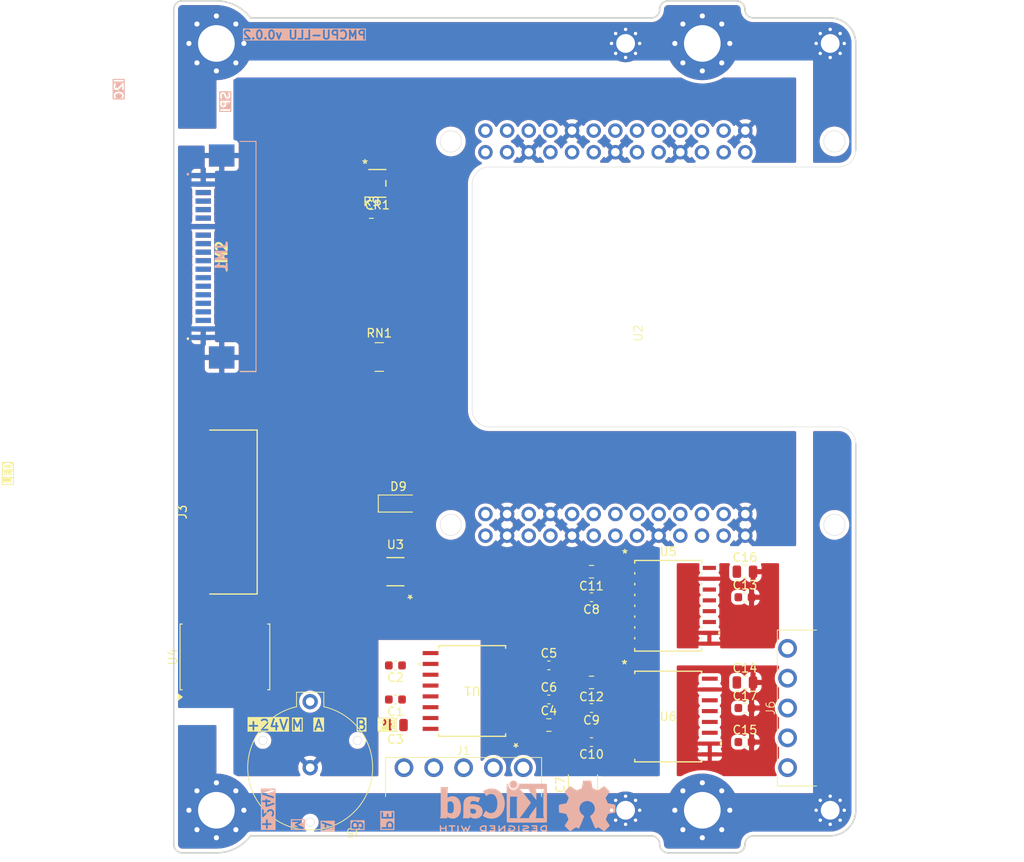
<source format=kicad_pcb>
(kicad_pcb (version 20241229) (generator "pcbnew") (generator_version "9.0")
  (title_block (title "${article} v${version}"))
  (layers (0 "F.Cu" signal) (2 "B.Cu" signal) (13 "F.Paste" user) (15 "B.Paste" user) (5 "F.SilkS" user "F.Silkscreen") (7 "B.SilkS" user "B.Silkscreen") (1 "F.Mask" user) (3 "B.Mask" user) (25 "Edge.Cuts" user))
  (property "article" "PMCPU-LLU")
  (property "version" "0.0.2")
  (net 0 "")
  (net 1 "/LED_1")
  (net 2 "/LED_2")
  (net 3 "/LED_0")
  (net 4 "/I2C0_SDA")
  (net 5 "/I2C0_SCL")
  (net 6 "/I2C1_SCL")
  (net 7 "PE")
  (net 8 "+24V_fuse")
  (net 9 "/UART_RTS")
  (net 10 "/UART_TX")
  (net 11 "/UART_RX")
  (net 12 "/Vbat")
  (net 13 "/UART_TX_LED")
  (net 14 "/UART_RX_LED")
  (net 15 "+3.3V_CPU")
  (net 16 "+5V_CPU")
  (net 17 "/I2C1_SDA")
  (net 18 "/SPI0_SCK")
  (net 19 "/SPI0_CS0")
  (net 20 "/SPI0_MISO")
  (net 21 "/SPI0_CS1")
  (net 22 "/SPI0_MOSI")
  (net 23 "/SPI0_CS2")
  (net 24 "/RST")
  (net 25 "/SPI0_CS3")
  (net 26 "Net-(JM2-Pin_5)")
  (net 27 "GND_CPU")
  (net 28 "/CANL_EB")
  (net 29 "GND_EB")
  (net 30 "+24V_EB")
  (net 31 "/CANH_EB")
  (net 32 "/CANL")
  (net 33 "/RS485-B")
  (net 34 "/RS485-A")
  (net 35 "/CANH")
  (net 36 "/UART1_RTS")
  (net 37 "/UART1_TX")
  (net 39 "/UART1_RX")
  (net 40 "/CAN1_TXD")
  (net 41 "/CAN1_RXD")
  (net 42 "+5V_BUS")
  (net 46 "/CAN0_TXD")
  (net 48 "/CAN0_RXD")
  (net 78 "/WDT")
  (net 79 "+3.3V_EXT_RS")
  (net 80 "+5V_EXT_CAN")
  (net 81 "GND_EXT_RS")
  (net 82 "GND_EXT_CAN")
  (net 83 "Net-(D9-A)")
  (footprint "kicad_inventree_lib:DBV6-M" (layer "F.Cu") (at 60.93 117.33 180)
    (property "Reference" "U3" (at 0 3.175 0) (layer "F.SilkS"))
    (property "Value" "SN74LVC2G14DBVR")
    (fp_text user "*" (at -1.72085 -2.6518 180) (layer "F.SilkS"))
    (pad "1" smd rect (at -1.46685 -0.950001 180) (size 1.1811 0.5588) (layers "F.Cu" "F.Mask" "F.Paste") (net 11 "/UART_RX"))
    (pad "2" smd rect (at -1.46685 0 180) (size 1.1811 0.5588) (layers "F.Cu" "F.Mask" "F.Paste") (net 27 "GND_CPU"))
    (pad "3" smd rect (at -1.46685 0.950001 180) (size 1.1811 0.5588) (layers "F.Cu" "F.Mask" "F.Paste") (net 10 "/UART_TX"))
    (pad "4" smd rect (at 1.46685 0.950001 180) (size 1.1811 0.5588) (layers "F.Cu" "F.Mask" "F.Paste") (net 13 "/UART_TX_LED"))
    (pad "5" smd rect (at 1.46685 0 180) (size 1.1811 0.5588) (layers "F.Cu" "F.Mask" "F.Paste") (net 15 "+3.3V_CPU"))
    (pad "6" smd rect (at 1.46685 -0.950001 180) (size 1.1811 0.5588) (layers "F.Cu" "F.Mask" "F.Paste") (net 14 "/UART_RX_LED"))
  )
  (footprint "MountingHole:MountingHole_4.3mm_M4_Pad_Via" (layer "F.Cu") (at 96.93 55.33)
    (property "Reference" "H2" (hide yes))
    (property "Value" "M4")
    (pad "1" thru_hole circle (at -3.225 0) (size 0.9 0.9) (drill 0.6) (layers "*.Cu" "*.Mask") (net 7 "PE"))
    (pad "1" thru_hole circle (at -2.280419 -2.280419) (size 0.9 0.9) (drill 0.6) (layers "*.Cu" "*.Mask") (net 7 "PE"))
    (pad "1" thru_hole circle (at -2.280419 2.280419) (size 0.9 0.9) (drill 0.6) (layers "*.Cu" "*.Mask") (net 7 "PE"))
    (pad "1" thru_hole circle (at 0 -3.225) (size 0.9 0.9) (drill 0.6) (layers "*.Cu" "*.Mask") (net 7 "PE"))
    (pad "1" thru_hole circle (at 0 0) (size 8.6 8.6) (drill 4.3) (layers "*.Cu" "*.Mask") (net 7 "PE"))
    (pad "1" thru_hole circle (at 0 3.225) (size 0.9 0.9) (drill 0.6) (layers "*.Cu" "*.Mask") (net 7 "PE"))
    (pad "1" thru_hole circle (at 2.280419 -2.280419) (size 0.9 0.9) (drill 0.6) (layers "*.Cu" "*.Mask") (net 7 "PE"))
    (pad "1" thru_hole circle (at 2.280419 2.280419) (size 0.9 0.9) (drill 0.6) (layers "*.Cu" "*.Mask") (net 7 "PE"))
    (pad "1" thru_hole circle (at 3.225 0) (size 0.9 0.9) (drill 0.6) (layers "*.Cu" "*.Mask") (net 7 "PE"))
  )
  (footprint "kicad_inventree_lib:15EDGRC-3.5-05P" (layer "F.Cu") (at 106.93 140.33 90)
    (property "Reference" "J6" (at 7 -2 90) (layer "F.SilkS") (effects (font (thickness 0.1))))
    (property "Value" "15EDGRC-3.5-05P")
    (pad "1" thru_hole circle (at 0 0 90) (size 2.2 2.2) (drill 1.4) (layers "*.Cu" "*.Mask") (net 7 "PE"))
    (pad "2" thru_hole circle (at 3.5 0 90) (size 2.2 2.2) (drill 1.4) (layers "*.Cu" "*.Mask") (net 32 "/CANL"))
    (pad "3" thru_hole circle (at 7 0 90) (size 2.2 2.2) (drill 1.4) (layers "*.Cu" "*.Mask") (net 35 "/CANH"))
    (pad "4" thru_hole circle (at 10.5 0 90) (size 2.2 2.2) (drill 1.4) (layers "*.Cu" "*.Mask") (net 33 "/RS485-B"))
    (pad "5" thru_hole circle (at 14 0 90) (size 2.2 2.2) (drill 1.4) (layers "*.Cu" "*.Mask") (net 34 "/RS485-A"))
  )
  (footprint "MountingHole:MountingHole_4.3mm_M4_Pad_Via" (layer "F.Cu") (at 39.93 145.33)
    (property "Reference" "H3" (hide yes))
    (property "Value" "M4")
    (pad "1" thru_hole circle (at -3.225 0) (size 0.9 0.9) (drill 0.6) (layers "*.Cu" "*.Mask") (net 7 "PE"))
    (pad "1" thru_hole circle (at -2.280419 -2.280419) (size 0.9 0.9) (drill 0.6) (layers "*.Cu" "*.Mask") (net 7 "PE"))
    (pad "1" thru_hole circle (at -2.280419 2.280419) (size 0.9 0.9) (drill 0.6) (layers "*.Cu" "*.Mask") (net 7 "PE"))
    (pad "1" thru_hole circle (at 0 -3.225) (size 0.9 0.9) (drill 0.6) (layers "*.Cu" "*.Mask") (net 7 "PE"))
    (pad "1" thru_hole circle (at 0 0) (size 8.6 8.6) (drill 4.3) (layers "*.Cu" "*.Mask") (net 7 "PE"))
    (pad "1" thru_hole circle (at 0 3.225) (size 0.9 0.9) (drill 0.6) (layers "*.Cu" "*.Mask") (net 7 "PE"))
    (pad "1" thru_hole circle (at 2.280419 -2.280419) (size 0.9 0.9) (drill 0.6) (layers "*.Cu" "*.Mask") (net 7 "PE"))
    (pad "1" thru_hole circle (at 2.280419 2.280419) (size 0.9 0.9) (drill 0.6) (layers "*.Cu" "*.Mask") (net 7 "PE"))
    (pad "1" thru_hole circle (at 3.225 0) (size 0.9 0.9) (drill 0.6) (layers "*.Cu" "*.Mask") (net 7 "PE"))
  )
  (footprint "kicad_inventree_lib:BS-12-A1AJ002-F" (layer "F.Cu") (at 50.93 132.58)
    (property "Reference" "J5" (at 5.08 15.37 180) (layer "F.SilkS") (effects (font (thickness 0.1))))
    (property "Value" "~")
    (fp_circle (center -5.55 4.55) (end -5.05 4.55) (stroke (width 0.05)) (fill no) (layer "Edge.Cuts"))
    (fp_circle (center 0 14.15) (end 0.5 14.15) (stroke (width 0.05)) (fill no) (layer "Edge.Cuts"))
    (fp_circle (center 5.55 4.55) (end 6.05 4.55) (stroke (width 0.05)) (fill no) (layer "Edge.Cuts"))
    (pad "1" thru_hole circle (at 0 0) (size 1.8 1.8) (drill 1) (layers "*.Cu" "*.Mask") (net 12 "/Vbat"))
    (pad "2" thru_hole circle (at 0 7.75) (size 1.8 1.8) (drill 1) (layers "*.Cu" "*.Mask") (net 27 "GND_CPU"))
  )
  (footprint "Capacitor_SMD:C_0805_2012Metric" (layer "F.Cu") (at 60.93 135.33 180)
    (property "Reference" "C3" (at 0 -1.68 0) (layer "F.SilkS"))
    (property "Value" "10uF")
    (pad "1" smd roundrect (at -0.95 0 180) (size 1 1.45) (layers "F.Cu" "F.Mask" "F.Paste") (net 42 "+5V_BUS"))
    (pad "2" smd roundrect (at 0.95 0 180) (size 1 1.45) (layers "F.Cu" "F.Mask" "F.Paste") (net 29 "GND_EB"))
  )
  (footprint "Capacitor_SMD:C_0805_2012Metric" (layer "F.Cu") (at 78.93 135.33)
    (property "Reference" "C4" (at 0 -1.68 0) (layer "F.SilkS"))
    (property "Value" "10uF")
    (pad "1" smd roundrect (at -0.95 0) (size 1 1.45) (layers "F.Cu" "F.Mask" "F.Paste") (net 16 "+5V_CPU"))
    (pad "2" smd roundrect (at 0.95 0) (size 1 1.45) (layers "F.Cu" "F.Mask" "F.Paste") (net 27 "GND_CPU"))
  )
  (footprint "Capacitor_SMD:C_0603_1608Metric" (layer "F.Cu") (at 101.93 120.33)
    (property "Reference" "C13" (at 0 -1.43 0) (layer "F.SilkS"))
    (property "Value" "100nF")
    (pad "1" smd roundrect (at -0.775 0) (size 0.9 0.95) (layers "F.Cu" "F.Mask" "F.Paste") (net 79 "+3.3V_EXT_RS"))
    (pad "2" smd roundrect (at 0.775 0) (size 0.9 0.95) (layers "F.Cu" "F.Mask" "F.Paste") (net 81 "GND_EXT_RS"))
  )
  (footprint "kicad_inventree_lib:SOIC16-WBW_CLG-M" (layer "F.Cu") (at 92.93 134.33)
    (property "Reference" "U6" (at 0 0 0) (layer "F.SilkS"))
    (property "Value" "CA-IS3062VW")
    (fp_text user "*" (at -5.1308 -6.0706 0) (layer "F.SilkS"))
    (pad "1" smd rect (at -4.8768 -4.445) (size 1.8542 0.4826) (layers "F.Cu" "F.Mask" "F.Paste") (net 16 "+5V_CPU"))
    (pad "2" smd rect (at -4.8768 -3.175) (size 1.8542 0.4826) (layers "F.Cu" "F.Mask" "F.Paste") (net 27 "GND_CPU"))
    (pad "3" smd rect (at -4.8768 -1.905) (size 1.8542 0.4826) (layers "F.Cu" "F.Mask" "F.Paste") (net 40 "/CAN1_TXD"))
    (pad "4" smd rect (at -4.8768 -0.635) (size 1.8542 0.4826) (layers "F.Cu" "F.Mask" "F.Paste"))
    (pad "5" smd rect (at -4.8768 0.635) (size 1.8542 0.4826) (layers "F.Cu" "F.Mask" "F.Paste") (net 41 "/CAN1_RXD"))
    (pad "6" smd rect (at -4.8768 1.905) (size 1.8542 0.4826) (layers "F.Cu" "F.Mask" "F.Paste"))
    (pad "7" smd rect (at -4.8768 3.175) (size 1.8542 0.4826) (layers "F.Cu" "F.Mask" "F.Paste") (net 15 "+3.3V_CPU"))
    (pad "8" smd rect (at -4.8768 4.445) (size 1.8542 0.4826) (layers "F.Cu" "F.Mask" "F.Paste") (net 27 "GND_CPU"))
    (pad "9" smd rect (at 4.8768 4.445) (size 1.8542 0.4826) (layers "F.Cu" "F.Mask" "F.Paste") (net 82 "GND_EXT_CAN"))
    (pad "10" smd rect (at 4.8768 3.175) (size 1.8542 0.4826) (layers "F.Cu" "F.Mask" "F.Paste") (net 82 "GND_EXT_CAN"))
    (pad "11" smd rect (at 4.8768 1.905) (size 1.8542 0.4826) (layers "F.Cu" "F.Mask" "F.Paste") (net 80 "+5V_EXT_CAN"))
    (pad "12" smd rect (at 4.8768 0.635) (size 1.8542 0.4826) (layers "F.Cu" "F.Mask" "F.Paste") (net 32 "/CANL"))
    (pad "13" smd rect (at 4.8768 -0.635) (size 1.8542 0.4826) (layers "F.Cu" "F.Mask" "F.Paste") (net 35 "/CANH"))
    (pad "14" smd rect (at 4.8768 -1.905) (size 1.8542 0.4826) (layers "F.Cu" "F.Mask" "F.Paste"))
    (pad "15" smd rect (at 4.8768 -3.175) (size 1.8542 0.4826) (layers "F.Cu" "F.Mask" "F.Paste") (net 82 "GND_EXT_CAN"))
    (pad "16" smd rect (at 4.8768 -4.445) (size 1.8542 0.4826) (layers "F.Cu" "F.Mask" "F.Paste") (net 80 "+5V_EXT_CAN"))
  )
  (footprint "Capacitor_SMD:C_0603_1608Metric" (layer "F.Cu") (at 60.93 132.33 180)
    (property "Reference" "C1" (at 0 -1.43 0) (layer "F.SilkS"))
    (property "Value" "100nF")
    (pad "1" smd roundrect (at -0.775 0 180) (size 0.9 0.95) (layers "F.Cu" "F.Mask" "F.Paste") (net 42 "+5V_BUS"))
    (pad "2" smd roundrect (at 0.775 0 180) (size 0.9 0.95) (layers "F.Cu" "F.Mask" "F.Paste") (net 29 "GND_EB"))
  )
  (footprint "kicad_inventree_lib:SOT23-5L_STM" (layer "F.Cu") (at 58.8098 71.7538)
    (property "Reference" "CR1" (at 0 2.54 0) (layer "F.SilkS"))
    (property "Value" "STWD100NYWY3F")
    (fp_text user "*" (at -1.4478 -2.2454 0) (layer "F.SilkS"))
    (pad "1" smd rect (at -1.1938 -0.950001) (size 1.3208 0.5588) (layers "F.Cu" "F.Mask" "F.Paste") (net 24 "/RST"))
    (pad "2" smd rect (at -1.1938 0) (size 1.3208 0.5588) (layers "F.Cu" "F.Mask" "F.Paste") (net 27 "GND_CPU"))
    (pad "3" smd rect (at -1.1938 0.950001) (size 1.3208 0.5588) (layers "F.Cu" "F.Mask" "F.Paste"))
    (pad "4" smd rect (at 1.1938 0.950001) (size 1.3208 0.5588) (layers "F.Cu" "F.Mask" "F.Paste") (net 78 "/WDT"))
    (pad "5" smd rect (at 1.1938 -0.950001) (size 1.3208 0.5588) (layers "F.Cu" "F.Mask" "F.Paste") (net 15 "+3.3V_CPU"))
  )
  (footprint "Capacitor_SMD:C_0805_2012Metric" (layer "F.Cu") (at 83.93 117.33 180)
    (property "Reference" "C11" (at 0 -1.68 0) (layer "F.SilkS"))
    (property "Value" "10uF")
    (pad "1" smd roundrect (at -0.95 0 180) (size 1 1.45) (layers "F.Cu" "F.Mask" "F.Paste") (net 15 "+3.3V_CPU"))
    (pad "2" smd roundrect (at 0.95 0 180) (size 1 1.45) (layers "F.Cu" "F.Mask" "F.Paste") (net 27 "GND_CPU"))
  )
  (footprint "Resistor_SMD:R_Array_Convex_4x0603" (layer "F.Cu") (at 59.03 92.13)
    (property "Reference" "RN1" (at 0 -2.8 0) (layer "F.SilkS"))
    (property "Value" "3k3")
    (pad "1" smd rect (at -0.9 -1.2) (size 0.8 0.5) (layers "F.Cu" "F.Mask" "F.Paste") (net 5 "/I2C0_SCL"))
    (pad "2" smd rect (at -0.9 -0.4) (size 0.8 0.4) (layers "F.Cu" "F.Mask" "F.Paste") (net 4 "/I2C0_SDA"))
    (pad "3" smd rect (at -0.9 0.4) (size 0.8 0.4) (layers "F.Cu" "F.Mask" "F.Paste") (net 6 "/I2C1_SCL"))
    (pad "4" smd rect (at -0.9 1.2) (size 0.8 0.5) (layers "F.Cu" "F.Mask" "F.Paste") (net 17 "/I2C1_SDA"))
    (pad "5" smd rect (at 0.9 1.2) (size 0.8 0.5) (layers "F.Cu" "F.Mask" "F.Paste") (net 15 "+3.3V_CPU"))
    (pad "6" smd rect (at 0.9 0.4) (size 0.8 0.4) (layers "F.Cu" "F.Mask" "F.Paste") (net 15 "+3.3V_CPU"))
    (pad "7" smd rect (at 0.9 -0.4) (size 0.8 0.4) (layers "F.Cu" "F.Mask" "F.Paste") (net 15 "+3.3V_CPU"))
    (pad "8" smd rect (at 0.9 -1.2) (size 0.8 0.5) (layers "F.Cu" "F.Mask" "F.Paste") (net 15 "+3.3V_CPU"))
  )
  (footprint "Capacitor_SMD:C_0603_1608Metric" (layer "F.Cu") (at 101.93 133.33)
    (property "Reference" "C17" (at 0 -1.43 0) (layer "F.SilkS"))
    (property "Value" "100nF")
    (pad "1" smd roundrect (at -0.775 0) (size 0.9 0.95) (layers "F.Cu" "F.Mask" "F.Paste") (net 80 "+5V_EXT_CAN"))
    (pad "2" smd roundrect (at 0.775 0) (size 0.9 0.95) (layers "F.Cu" "F.Mask" "F.Paste") (net 82 "GND_EXT_CAN"))
  )
  (footprint "kicad_inventree_lib:LuckfoxLyraUltra" (layer "F.Cu") (at 114.93 89.33 90)
    (property "Reference" "U2" (at 0 -25.5 90) (layer "F.SilkS") (effects (font (thickness 0.1))))
    (property "Value" "~")
    (fp_line (start 17.5 -45) (end -9 -45) (stroke (width 0.05)) (layer "Edge.Cuts"))
    (fp_line (start -11 -43) (end -11 -2) (stroke (width 0.05)) (layer "Edge.Cuts"))
    (fp_line (start 19.5 -2) (end 19.5 -43) (stroke (width 0.05)) (layer "Edge.Cuts"))
    (fp_arc (start 17.5 -45) (mid 18.914214 -44.414214) (end 19.5 -43) (stroke (width 0.05)) (layer "Edge.Cuts"))
    (fp_arc (start -11 -43) (mid -10.414214 -44.414214) (end -9 -45) (stroke (width 0.05)) (layer "Edge.Cuts"))
    (fp_arc (start -11 -2) (mid -11.585786 -0.585786) (end -13 0) (stroke (width 0.05)) (layer "Edge.Cuts"))
    (fp_arc (start 21.5 0) (mid 20.085786 -0.585786) (end 19.5 -2) (stroke (width 0.05)) (layer "Edge.Cuts"))
    (fp_circle (center 22.5 -47.5) (end 23.75 -47.5) (stroke (width 0.05)) (fill no) (layer "Edge.Cuts"))
    (fp_circle (center -22.5 -47.5) (end -21.25 -47.5) (stroke (width 0.05)) (fill no) (layer "Edge.Cuts"))
    (fp_circle (center 22.5 -2.5) (end 23.75 -2.5) (stroke (width 0.05)) (fill no) (layer "Edge.Cuts"))
    (fp_circle (center -22.5 -2.5) (end -21.25 -2.5) (stroke (width 0.05)) (fill no) (layer "Edge.Cuts"))
    (pad "00" thru_hole circle (at 23.77 -43.44 90) (size 1.7 1.7) (drill 1) (layers "*.Cu" "*.Mask"))
    (pad "0A" thru_hole circle (at 23.77 -18.04 90) (size 1.7 1.7) (drill 1) (layers "*.Cu" "*.Mask") (net 20 "/SPI0_MISO"))
    (pad "0B" thru_hole circle (at 23.77 -15.5 90) (size 1.7 1.7) (drill 1) (layers "*.Cu" "*.Mask") (net 22 "/SPI0_MOSI"))
    (pad "0C" thru_hole circle (at 23.77 -12.96 90) (size 1.7 1.7) (drill 1) (layers "*.Cu" "*.Mask") (net 27 "GND_CPU"))
    (pad "01" thru_hole circle (at 23.77 -40.9 90) (size 1.7 1.7) (drill 1) (layers "*.Cu" "*.Mask"))
    (pad "1A" thru_hole circle (at 21.23 -18.04 90) (size 1.7 1.7) (drill 1) (layers "*.Cu" "*.Mask"))
    (pad "1B" thru_hole circle (at 21.23 -15.5 90) (size 1.7 1.7) (drill 1) (layers "*.Cu" "*.Mask"))
    (pad "1C" thru_hole circle (at 21.23 -12.96 90) (size 1.7 1.7) (drill 1) (layers "*.Cu" "*.Mask"))
    (pad "02" thru_hole circle (at 23.77 -38.36 90) (size 1.7 1.7) (drill 1) (layers "*.Cu" "*.Mask"))
    (pad "2A" thru_hole circle (at -21.23 -18.04 90) (size 1.7 1.7) (drill 1) (layers "*.Cu" "*.Mask") (net 3 "/LED_0"))
    (pad "2B" thru_hole circle (at -21.23 -15.5 90) (size 1.7 1.7) (drill 1) (layers "*.Cu" "*.Mask"))
    (pad "2C" thru_hole circle (at -21.23 -12.96 90) (size 1.7 1.7) (drill 1) (layers "*.Cu" "*.Mask") (net 27 "GND_CPU"))
    (pad "03" thru_hole circle (at 23.77 -35.82 90) (size 1.7 1.7) (drill 1) (layers "*.Cu" "*.Mask") (net 25 "/SPI0_CS3"))
    (pad "3A" thru_hole circle (at -23.77 -18.04 90) (size 1.7 1.7) (drill 1) (layers "*.Cu" "*.Mask") (net 6 "/I2C1_SCL"))
    (pad "3B" thru_hole circle (at -23.77 -15.5 90) (size 1.7 1.7) (drill 1) (layers "*.Cu" "*.Mask") (net 17 "/I2C1_SDA"))
    (pad "3C" thru_hole circle (at -23.77 -12.96 90) (size 1.7 1.7) (drill 1) (layers "*.Cu" "*.Mask") (net 27 "GND_CPU"))
    (pad "04" thru_hole circle (at 23.77 -33.28 90) (size 1.7 1.7) (drill 1) (layers "*.Cu" "*.Mask") (net 27 "GND_CPU"))
    (pad "05" thru_hole circle (at 23.77 -30.74 90) (size 1.7 1.7) (drill 1) (layers "*.Cu" "*.Mask") (net 23 "/SPI0_CS2"))
    (pad "06" thru_hole circle (at 23.77 -28.2 90) (size 1.7 1.7) (drill 1) (layers "*.Cu" "*.Mask") (net 21 "/SPI0_CS1"))
    (pad "07" thru_hole circle (at 23.77 -25.66 90) (size 1.7 1.7) (drill 1) (layers "*.Cu" "*.Mask") (net 19 "/SPI0_CS0"))
    (pad "08" thru_hole circle (at 23.77 -23.12 90) (size 1.7 1.7) (drill 1) (layers "*.Cu" "*.Mask"))
    (pad "09" thru_hole circle (at 23.77 -20.58 90) (size 1.7 1.7) (drill 1) (layers "*.Cu" "*.Mask") (net 18 "/SPI0_SCK"))
    (pad "10" thru_hole circle (at 21.23 -43.44 90) (size 1.7 1.7) (drill 1) (layers "*.Cu" "*.Mask") (net 16 "+5V_CPU"))
    (pad "11" thru_hole circle (at 21.23 -40.9 90) (size 1.7 1.7) (drill 1) (layers "*.Cu" "*.Mask") (net 16 "+5V_CPU"))
    (pad "12" thru_hole circle (at 21.23 -38.36 90) (size 1.7 1.7) (drill 1) (layers "*.Cu" "*.Mask") (net 27 "GND_CPU"))
    (pad "13" thru_hole circle (at 21.23 -35.82 90) (size 1.7 1.7) (drill 1) (layers "*.Cu" "*.Mask"))
    (pad "14" thru_hole circle (at 21.23 -33.28 90) (size 1.7 1.7) (drill 1) (layers "*.Cu" "*.Mask"))
    (pad "15" thru_hole circle (at 21.23 -30.74 90) (size 1.7 1.7) (drill 1) (layers "*.Cu" "*.Mask"))
    (pad "16" thru_hole circle (at 21.23 -28.2 90) (size 1.7 1.7) (drill 1) (layers "*.Cu" "*.Mask") (net 27 "GND_CPU"))
    (pad "17" thru_hole circle (at 21.23 -25.66 90) (size 1.7 1.7) (drill 1) (layers "*.Cu" "*.Mask"))
    (pad "18" thru_hole circle (at 21.23 -23.12 90) (size 1.7 1.7) (drill 1) (layers "*.Cu" "*.Mask"))
    (pad "19" thru_hole circle (at 21.23 -20.58 90) (size 1.7 1.7) (drill 1) (layers "*.Cu" "*.Mask") (net 27 "GND_CPU"))
    (pad "20" thru_hole circle (at -21.23 -43.44 90) (size 1.7 1.7) (drill 1) (layers "*.Cu" "*.Mask"))
    (pad "21" thru_hole circle (at -21.23 -40.9 90) (size 1.7 1.7) (drill 1) (layers "*.Cu" "*.Mask") (net 27 "GND_CPU"))
    (pad "22" thru_hole circle (at -21.23 -38.36 90) (size 1.7 1.7) (drill 1) (layers "*.Cu" "*.Mask") (net 83 "Net-(D9-A)"))
    (pad "23" thru_hole circle (at -21.23 -35.82 90) (size 1.7 1.7) (drill 1) (layers "*.Cu" "*.Mask") (net 27 "GND_CPU"))
    (pad "24" thru_hole circle (at -21.23 -33.28 90) (size 1.7 1.7) (drill 1) (layers "*.Cu" "*.Mask") (net 5 "/I2C0_SCL"))
    (pad "25" thru_hole circle (at -21.23 -30.74 90) (size 1.7 1.7) (drill 1) (layers "*.Cu" "*.Mask") (net 4 "/I2C0_SDA"))
    (pad "26" thru_hole circle (at -21.23 -28.2 90) (size 1.7 1.7) (drill 1) (layers "*.Cu" "*.Mask"))
    (pad "27" thru_hole circle (at -21.23 -25.66 90) (size 1.7 1.7) (drill 1) (layers "*.Cu" "*.Mask"))
    (pad "28" thru_hole circle (at -21.23 -23.12 90) (size 1.7 1.7) (drill 1) (layers "*.Cu" "*.Mask") (net 2 "/LED_2"))
    (pad "29" thru_hole circle (at -21.23 -20.58 90) (size 1.7 1.7) (drill 1) (layers "*.Cu" "*.Mask") (net 1 "/LED_1"))
    (pad "30" thru_hole circle (at -23.77 -43.44 90) (size 1.7 1.7) (drill 1) (layers "*.Cu" "*.Mask"))
    (pad "31" thru_hole circle (at -23.77 -40.9 90) (size 1.7 1.7) (drill 1) (layers "*.Cu" "*.Mask") (net 27 "GND_CPU"))
    (pad "32" thru_hole circle (at -23.77 -38.36 90) (size 1.7 1.7) (drill 1) (layers "*.Cu" "*.Mask"))
    (pad "33" thru_hole circle (at -23.77 -35.82 90) (size 1.7 1.7) (drill 1) (layers "*.Cu" "*.Mask"))
    (pad "34" thru_hole circle (at -23.77 -33.28 90) (size 1.7 1.7) (drill 1) (layers "*.Cu" "*.Mask") (net 27 "GND_CPU"))
    (pad "35" thru_hole circle (at -23.77 -30.74 90) (size 1.7 1.7) (drill 1) (layers "*.Cu" "*.Mask") (net 10 "/UART_TX"))
    (pad "36" thru_hole circle (at -23.77 -28.2 90) (size 1.7 1.7) (drill 1) (layers "*.Cu" "*.Mask") (net 9 "/UART_RTS"))
    (pad "37" thru_hole circle (at -23.77 -25.66 90) (size 1.7 1.7) (drill 1) (layers "*.Cu" "*.Mask"))
    (pad "38" thru_hole circle (at -23.77 -23.12 90) (size 1.7 1.7) (drill 1) (layers "*.Cu" "*.Mask") (net 27 "GND_CPU"))
    (pad "39" thru_hole circle (at -23.77 -20.58 90) (size 1.7 1.7) (drill oval 1) (layers "*.Cu" "*.Mask") (net 11 "/UART_RX"))
  )
  (footprint "Capacitor_SMD:C_0603_1608Metric" (layer "F.Cu") (at 83.93 133.33 180)
    (property "Reference" "C9" (at 0 -1.43 0) (layer "F.SilkS"))
    (property "Value" "100nF")
    (pad "1" smd roundrect (at -0.775 0 180) (size 0.9 0.95) (layers "F.Cu" "F.Mask" "F.Paste") (net 16 "+5V_CPU"))
    (pad "2" smd roundrect (at 0.775 0 180) (size 0.9 0.95) (layers "F.Cu" "F.Mask" "F.Paste") (net 27 "GND_CPU"))
  )
  (footprint "Capacitor_SMD:C_1812_4532Metric" (layer "F.Cu") (at 82.93 142.33 90)
    (property "Reference" "C7" (at 0 -2.65 90) (layer "F.SilkS"))
    (property "Value" "4.7nF 2kV")
    (pad "1" smd roundrect (at -2.05 0 90) (size 1.4 3.4) (layers "F.Cu" "F.Mask" "F.Paste") (roundrect_rratio 0.178571) (net 7 "PE"))
    (pad "2" smd roundrect (at 2.05 0 90) (size 1.4 3.4) (layers "F.Cu" "F.Mask" "F.Paste") (roundrect_rratio 0.178571) (net 27 "GND_CPU"))
  )
  (footprint "Capacitor_SMD:C_0603_1608Metric" (layer "F.Cu") (at 83.93 120.33 180)
    (property "Reference" "C8" (at 0 -1.43 0) (layer "F.SilkS"))
    (property "Value" "100nF")
    (pad "1" smd roundrect (at -0.775 0 180) (size 0.9 0.95) (layers "F.Cu" "F.Mask" "F.Paste") (net 15 "+3.3V_CPU"))
    (pad "2" smd roundrect (at 0.775 0 180) (size 0.9 0.95) (layers "F.Cu" "F.Mask" "F.Paste") (net 27 "GND_CPU"))
  )
  (footprint "Capacitor_SMD:C_0603_1608Metric" (layer "F.Cu") (at 60.93 128.33 180)
    (property "Reference" "C2" (at 0 -1.43 0) (layer "F.SilkS"))
    (property "Value" "1uF")
    (pad "1" smd roundrect (at -0.775 0 180) (size 0.9 0.95) (layers "F.Cu" "F.Mask" "F.Paste") (net 42 "+5V_BUS"))
    (pad "2" smd roundrect (at 0.775 0 180) (size 0.9 0.95) (layers "F.Cu" "F.Mask" "F.Paste") (net 29 "GND_EB"))
  )
  (footprint "kicad_inventree_lib:CONN10_AFA07-S12_JUS" (layer "F.Cu") (at 41.93 110.33 90)
    (property "Reference" "J3" (at 0 -6 90) (layer "F.SilkS"))
    (property "Value" "AFA07-S10FCC-00")
    (pad "1" smd rect (at -5.499992 -3.556 90) (size 0.635 1.8034) (layers "F.Cu" "F.Mask" "F.Paste") (net 27 "GND_CPU"))
    (pad "2" smd rect (at -4.499994 -3.556 90) (size 0.635 1.8034) (layers "F.Cu" "F.Mask" "F.Paste") (net 14 "/UART_RX_LED"))
    (pad "3" smd rect (at -3.499996 -3.556 90) (size 0.635 1.8034) (layers "F.Cu" "F.Mask" "F.Paste") (net 13 "/UART_TX_LED"))
    (pad "4" smd rect (at -2.499998 -3.556 90) (size 0.635 1.8034) (layers "F.Cu" "F.Mask" "F.Paste"))
    (pad "5" smd rect (at -1.5 -3.556 90) (size 0.635 1.8034) (layers "F.Cu" "F.Mask" "F.Paste"))
    (pad "6" smd rect (at -0.5 -3.556 90) (size 0.635 1.8034) (layers "F.Cu" "F.Mask" "F.Paste") (net 2 "/LED_2"))
    (pad "7" smd rect (at 0.5 -3.556 90) (size 0.635 1.8034) (layers "F.Cu" "F.Mask" "F.Paste") (net 1 "/LED_1"))
    (pad "8" smd rect (at 1.5 -3.556 90) (size 0.635 1.8034) (layers "F.Cu" "F.Mask" "F.Paste") (net 3 "/LED_0"))
    (pad "9" smd rect (at 2.499998 -3.556 90) (size 0.635 1.8034) (layers "F.Cu" "F.Mask" "F.Paste") (net 15 "+3.3V_CPU"))
    (pad "10" smd rect (at 3.499996 -3.556 90) (size 0.635 1.8034) (layers "F.Cu" "F.Mask" "F.Paste") (net 16 "+5V_CPU"))
    (pad "11" smd rect (at 4.499994 -3.556 90) (size 0.635 1.8034) (layers "F.Cu" "F.Mask" "F.Paste") (net 8 "+24V_fuse"))
    (pad "12" smd rect (at 5.499992 -3.556 90) (size 0.635 1.8034) (layers "F.Cu" "F.Mask" "F.Paste") (net 27 "GND_CPU"))
    (pad "13" smd rect (at -7.850003 -1.385999 90) (size 2.5908 2.9972) (layers "F.Cu" "F.Mask" "F.Paste") (net 27 "GND_CPU"))
    (pad "13" smd rect (at 7.850003 -1.385999 90) (size 2.5908 2.9972) (layers "F.Cu" "F.Mask" "F.Paste") (net 27 "GND_CPU"))
  )
  (footprint "MountingHole:MountingHole_4.3mm_M4_Pad_Via" (layer "F.Cu") (at 96.93 145.33)
    (property "Reference" "H4" (hide yes))
    (property "Value" "M4")
    (pad "1" thru_hole circle (at -3.225 0) (size 0.9 0.9) (drill 0.6) (layers "*.Cu" "*.Mask") (net 7 "PE"))
    (pad "1" thru_hole circle (at -2.280419 -2.280419) (size 0.9 0.9) (drill 0.6) (layers "*.Cu" "*.Mask") (net 7 "PE"))
    (pad "1" thru_hole circle (at -2.280419 2.280419) (size 0.9 0.9) (drill 0.6) (layers "*.Cu" "*.Mask") (net 7 "PE"))
    (pad "1" thru_hole circle (at 0 -3.225) (size 0.9 0.9) (drill 0.6) (layers "*.Cu" "*.Mask") (net 7 "PE"))
    (pad "1" thru_hole circle (at 0 0) (size 8.6 8.6) (drill 4.3) (layers "*.Cu" "*.Mask") (net 7 "PE"))
    (pad "1" thru_hole circle (at 0 3.225) (size 0.9 0.9) (drill 0.6) (layers "*.Cu" "*.Mask") (net 7 "PE"))
    (pad "1" thru_hole circle (at 2.280419 -2.280419) (size 0.9 0.9) (drill 0.6) (layers "*.Cu" "*.Mask") (net 7 "PE"))
    (pad "1" thru_hole circle (at 2.280419 2.280419) (size 0.9 0.9) (drill 0.6) (layers "*.Cu" "*.Mask") (net 7 "PE"))
    (pad "1" thru_hole circle (at 3.225 0) (size 0.9 0.9) (drill 0.6) (layers "*.Cu" "*.Mask") (net 7 "PE"))
  )
  (footprint "kicad_inventree_lib:PMLED-xx-v0.0.2" (layer "F.Cu") (at 99.93 100.33)
    (property "Reference" "SP1" (hide yes))
    (property "Value" "~")
    (pad "PE" thru_hole circle (at -13.65 -45) (size 0.7 0.7) (drill 0.4) (layers "*.Cu" "*.Mask") (net 7 "PE"))
    (pad "PE" thru_hole circle (at -13.65 45) (size 0.7 0.7) (drill 0.4) (layers "*.Cu" "*.Mask") (net 7 "PE"))
    (pad "PE" thru_hole circle (at -13.166726 -46.166726) (size 0.7 0.7) (drill 0.4) (layers "*.Cu" "*.Mask") (net 7 "PE"))
    (pad "PE" thru_hole circle (at -13.166726 -43.833274) (size 0.7 0.7) (drill 0.4) (layers "*.Cu" "*.Mask") (net 7 "PE"))
    (pad "PE" thru_hole circle (at -13.166726 43.833274) (size 0.7 0.7) (drill 0.4) (layers "*.Cu" "*.Mask") (net 7 "PE"))
    (pad "PE" thru_hole circle (at -13.166726 46.166726) (size 0.7 0.7) (drill 0.4) (layers "*.Cu" "*.Mask") (net 7 "PE"))
    (pad "PE" thru_hole circle (at -12 -46.65) (size 0.7 0.7) (drill 0.4) (layers "*.Cu" "*.Mask") (net 7 "PE"))
    (pad "PE" thru_hole circle (at -12 -45) (size 4.4 4.4) (drill 2.2) (layers "*.Cu" "*.Mask") (net 7 "PE"))
    (pad "PE" thru_hole circle (at -12 -43.35) (size 0.7 0.7) (drill 0.4) (layers "*.Cu" "*.Mask") (net 7 "PE"))
    (pad "PE" thru_hole circle (at -12 43.35) (size 0.7 0.7) (drill 0.4) (layers "*.Cu" "*.Mask") (net 7 "PE"))
    (pad "PE" thru_hole circle (at -12 45) (size 4.4 4.4) (drill 2.2) (layers "*.Cu" "*.Mask") (net 7 "PE"))
    (pad "PE" thru_hole circle (at -12 46.65) (size 0.7 0.7) (drill 0.4) (layers "*.Cu" "*.Mask") (net 7 "PE"))
    (pad "PE" thru_hole circle (at -10.833274 -46.166726) (size 0.7 0.7) (drill 0.4) (layers "*.Cu" "*.Mask") (net 7 "PE"))
    (pad "PE" thru_hole circle (at -10.833274 -43.833274) (size 0.7 0.7) (drill 0.4) (layers "*.Cu" "*.Mask") (net 7 "PE"))
    (pad "PE" thru_hole circle (at -10.833274 43.833274) (size 0.7 0.7) (drill 0.4) (layers "*.Cu" "*.Mask") (net 7 "PE"))
    (pad "PE" thru_hole circle (at -10.833274 46.166726) (size 0.7 0.7) (drill 0.4) (layers "*.Cu" "*.Mask") (net 7 "PE"))
    (pad "PE" thru_hole circle (at -10.35 -45) (size 0.7 0.7) (drill 0.4) (layers "*.Cu" "*.Mask") (net 7 "PE"))
    (pad "PE" thru_hole circle (at -10.35 45) (size 0.7 0.7) (drill 0.4) (layers "*.Cu" "*.Mask") (net 7 "PE"))
    (pad "PE" thru_hole circle (at 10.35 -45) (size 0.7 0.7) (drill 0.4) (layers "*.Cu" "*.Mask") (net 7 "PE"))
    (pad "PE" thru_hole circle (at 10.35 45) (size 0.7 0.7) (drill 0.4) (layers "*.Cu" "*.Mask") (net 7 "PE"))
    (pad "PE" thru_hole circle (at 10.833274 -46.166726) (size 0.7 0.7) (drill 0.4) (layers "*.Cu" "*.Mask") (net 7 "PE"))
    (pad "PE" thru_hole circle (at 10.833274 -43.833274) (size 0.7 0.7) (drill 0.4) (layers "*.Cu" "*.Mask") (net 7 "PE"))
    (pad "PE" thru_hole circle (at 10.833274 43.833274) (size 0.7 0.7) (drill 0.4) (layers "*.Cu" "*.Mask") (net 7 "PE"))
    (pad "PE" thru_hole circle (at 10.833274 46.166726) (size 0.7 0.7) (drill 0.4) (layers "*.Cu" "*.Mask") (net 7 "PE"))
    (pad "PE" thru_hole circle (at 12 -46.65) (size 0.7 0.7) (drill 0.4) (layers "*.Cu" "*.Mask") (net 7 "PE"))
    (pad "PE" thru_hole circle (at 12 -45) (size 4.4 4.4) (drill 2.2) (layers "*.Cu" "*.Mask") (net 7 "PE"))
    (pad "PE" thru_hole circle (at 12 -43.35) (size 0.7 0.7) (drill 0.4) (layers "*.Cu" "*.Mask") (net 7 "PE"))
    (pad "PE" thru_hole circle (at 12 43.35) (size 0.7 0.7) (drill 0.4) (layers "*.Cu" "*.Mask") (net 7 "PE"))
    (pad "PE" thru_hole circle (at 12 45) (size 4.4 4.4) (drill 2.2) (layers "*.Cu" "*.Mask") (net 7 "PE"))
    (pad "PE" thru_hole circle (at 12 46.65) (size 0.7 0.7) (drill 0.4) (layers "*.Cu" "*.Mask") (net 7 "PE"))
    (pad "PE" thru_hole circle (at 13.166726 -46.166726) (size 0.7 0.7) (drill 0.4) (layers "*.Cu" "*.Mask") (net 7 "PE"))
    (pad "PE" thru_hole circle (at 13.166726 -43.833274) (size 0.7 0.7) (drill 0.4) (layers "*.Cu" "*.Mask") (net 7 "PE"))
    (pad "PE" thru_hole circle (at 13.166726 43.833274) (size 0.7 0.7) (drill 0.4) (layers "*.Cu" "*.Mask") (net 7 "PE"))
    (pad "PE" thru_hole circle (at 13.166726 46.166726) (size 0.7 0.7) (drill 0.4) (layers "*.Cu" "*.Mask") (net 7 "PE"))
    (pad "PE" thru_hole circle (at 13.65 -45) (size 0.7 0.7) (drill 0.4) (layers "*.Cu" "*.Mask") (net 7 "PE"))
    (pad "PE" thru_hole circle (at 13.65 45) (size 0.7 0.7) (drill 0.4) (layers "*.Cu" "*.Mask") (net 7 "PE"))
  )
  (footprint "Capacitor_SMD:C_0603_1608Metric" (layer "F.Cu") (at 78.93 132.33)
    (property "Reference" "C6" (at 0 -1.43 0) (layer "F.SilkS"))
    (property "Value" "100nF")
    (pad "1" smd roundrect (at -0.775 0) (size 0.9 0.95) (layers "F.Cu" "F.Mask" "F.Paste") (net 16 "+5V_CPU"))
    (pad "2" smd roundrect (at 0.775 0) (size 0.9 0.95) (layers "F.Cu" "F.Mask" "F.Paste") (net 27 "GND_CPU"))
  )
  (footprint "Capacitor_SMD:C_0805_2012Metric" (layer "F.Cu") (at 101.93 117.33)
    (property "Reference" "C16" (at 0 -1.68 0) (layer "F.SilkS"))
    (property "Value" "10uF")
    (pad "1" smd roundrect (at -0.95 0) (size 1 1.45) (layers "F.Cu" "F.Mask" "F.Paste") (net 79 "+3.3V_EXT_RS"))
    (pad "2" smd roundrect (at 0.95 0) (size 1 1.45) (layers "F.Cu" "F.Mask" "F.Paste") (net 81 "GND_EXT_RS"))
  )
  (footprint "kicad_inventree_lib:SOIC16-WBW_CLG" (layer "F.Cu") (at 92.93 121.33)
    (property "Reference" "U5" (at 0 -6.35 0) (layer "F.SilkS"))
    (property "Value" "CA-IS3098W")
    (fp_text user "*" (at -5.08 -6.0706 0) (layer "F.SilkS"))
    (pad "1" smd rect (at -4.826 -4.445) (size 1.5494 0.4826) (layers "F.Cu" "F.Mask" "F.Paste") (net 15 "+3.3V_CPU"))
    (pad "2" smd rect (at -4.826 -3.175) (size 1.5494 0.4826) (layers "F.Cu" "F.Mask" "F.Paste") (net 27 "GND_CPU"))
    (pad "3" smd rect (at -4.826 -1.905) (size 1.5494 0.4826) (layers "F.Cu" "F.Mask" "F.Paste") (net 39 "/UART1_RX"))
    (pad "4" smd rect (at -4.826 -0.635) (size 1.5494 0.4826) (layers "F.Cu" "F.Mask" "F.Paste") (net 36 "/UART1_RTS"))
    (pad "5" smd rect (at -4.826 0.635) (size 1.5494 0.4826) (layers "F.Cu" "F.Mask" "F.Paste") (net 36 "/UART1_RTS"))
    (pad "6" smd rect (at -4.826 1.905) (size 1.5494 0.4826) (layers "F.Cu" "F.Mask" "F.Paste") (net 37 "/UART1_TX"))
    (pad "7" smd rect (at -4.826 3.175) (size 1.5494 0.4826) (layers "F.Cu" "F.Mask" "F.Paste"))
    (pad "8" smd rect (at -4.826 4.445) (size 1.5494 0.4826) (layers "F.Cu" "F.Mask" "F.Paste") (net 27 "GND_CPU"))
    (pad "9" smd rect (at 4.826 4.445) (size 1.5494 0.4826) (layers "F.Cu" "F.Mask" "F.Paste") (net 81 "GND_EXT_RS"))
    (pad "10" smd rect (at 4.826 3.175) (size 1.5494 0.4826) (layers "F.Cu" "F.Mask" "F.Paste") (net 81 "GND_EXT_RS"))
    (pad "11" smd rect (at 4.826 1.905) (size 1.5494 0.4826) (layers "F.Cu" "F.Mask" "F.Paste"))
    (pad "12" smd rect (at 4.826 0.635) (size 1.5494 0.4826) (layers "F.Cu" "F.Mask" "F.Paste") (net 34 "/RS485-A"))
    (pad "13" smd rect (at 4.826 -0.635) (size 1.5494 0.4826) (layers "F.Cu" "F.Mask" "F.Paste") (net 33 "/RS485-B"))
    (pad "14" smd rect (at 4.826 -1.905) (size 1.5494 0.4826) (layers "F.Cu" "F.Mask" "F.Paste"))
    (pad "15" smd rect (at 4.826 -3.175) (size 1.5494 0.4826) (layers "F.Cu" "F.Mask" "F.Paste") (net 81 "GND_EXT_RS"))
    (pad "16" smd rect (at 4.826 -4.445) (size 1.5494 0.4826) (layers "F.Cu" "F.Mask" "F.Paste") (net 79 "+3.3V_EXT_RS"))
  )
  (footprint "kicad_inventree_lib:AFA07S20FCA00" (layer "F.Cu") (at 41.93 80.33 90)
    (property "Reference" "JM2" (at 0 -1.374 90) (layer "F.SilkS") (effects (font (size 1.27 1.27) (thickness 0.254))))
    (property "Value" "AFA07-S20FCC-00" (hide yes))
    (pad "1" smd rect (at -9.5 -3.546 90) (size 0.6 1.8) (layers "F.Cu" "F.Mask" "F.Paste") (net 27 "GND_CPU"))
    (pad "2" smd rect (at -8.5 -3.546 90) (size 0.6 1.8) (layers "F.Cu" "F.Mask" "F.Paste") (net 27 "GND_CPU"))
    (pad "3" smd rect (at -7.5 -3.546 90) (size 0.6 1.8) (layers "F.Cu" "F.Mask" "F.Paste") (net 5 "/I2C0_SCL"))
    (pad "4" smd rect (at -6.5 -3.546 90) (size 0.6 1.8) (layers "F.Cu" "F.Mask" "F.Paste") (net 4 "/I2C0_SDA"))
    (pad "5" smd rect (at -5.5 -3.546 90) (size 0.6 1.8) (layers "F.Cu" "F.Mask" "F.Paste") (net 26 "Net-(JM2-Pin_5)"))
    (pad "6" smd rect (at -4.5 -3.546 90) (size 0.6 1.8) (layers "F.Cu" "F.Mask" "F.Paste") (net 24 "/RST"))
    (pad "7" smd rect (at -3.5 -3.546 90) (size 0.6 1.8) (layers "F.Cu" "F.Mask" "F.Paste") (net 25 "/SPI0_CS3"))
    (pad "8" smd rect (at -2.5 -3.546 90) (size 0.6 1.8) (layers "F.Cu" "F.Mask" "F.Paste") (net 23 "/SPI0_CS2"))
    (pad "9" smd rect (at -1.5 -3.546 90) (size 0.6 1.8) (layers "F.Cu" "F.Mask" "F.Paste") (net 21 "/SPI0_CS1"))
    (pad "10" smd rect (at -0.5 -3.546 90) (size 0.6 1.8) (layers "F.Cu" "F.Mask" "F.Paste") (net 19 "/SPI0_CS0"))
    (pad "11" smd rect (at 0.5 -3.546 90) (size 0.6 1.8) (layers "F.Cu" "F.Mask" "F.Paste") (net 18 "/SPI0_SCK"))
    (pad "12" smd rect (at 1.5 -3.546 90) (size 0.6 1.8) (layers "F.Cu" "F.Mask" "F.Paste") (net 20 "/SPI0_MISO"))
    (pad "13" smd rect (at 2.5 -3.546 90) (size 0.6 1.8) (layers "F.Cu" "F.Mask" "F.Paste") (net 22 "/SPI0_MOSI"))
    (pad "14" smd rect (at 3.5 -3.546 90) (size 0.6 1.8) (layers "F.Cu" "F.Mask" "F.Paste") (net 27 "GND_CPU"))
    (pad "15" smd rect (at 4.5 -3.546 90) (size 0.6 1.8) (layers "F.Cu" "F.Mask" "F.Paste") (net 15 "+3.3V_CPU"))
    (pad "16" smd rect (at 5.5 -3.546 90) (size 0.6 1.8) (layers "F.Cu" "F.Mask" "F.Paste") (net 15 "+3.3V_CPU"))
    (pad "17" smd rect (at 6.5 -3.546 90) (size 0.6 1.8) (layers "F.Cu" "F.Mask" "F.Paste") (net 16 "+5V_CPU"))
    (pad "18" smd rect (at 7.5 -3.546 90) (size 0.6 1.8) (layers "F.Cu" "F.Mask" "F.Paste") (net 16 "+5V_CPU"))
    (pad "19" smd rect (at 8.5 -3.546 90) (size 0.6 1.8) (layers "F.Cu" "F.Mask" "F.Paste") (net 27 "GND_CPU"))
    (pad "20" smd rect (at 9.5 -3.546 90) (size 0.6 1.8) (layers "F.Cu" "F.Mask" "F.Paste") (net 27 "GND_CPU"))
    (pad "MP1" smd rect (at -11.85 -1.375 90) (size 2.6 3) (layers "F.Cu" "F.Mask" "F.Paste") (net 27 "GND_CPU"))
    (pad "MP2" smd rect (at 11.85 -1.375 90) (size 2.6 3) (layers "F.Cu" "F.Mask" "F.Paste") (net 27 "GND_CPU"))
  )
  (footprint "kicad_inventree_lib:SOIC16-WBW_CLG-M" (layer "F.Cu") (at 69.93 131.33 180)
    (property "Reference" "U1" (at 0 0 180) (layer "F.SilkS"))
    (property "Value" "CA-IS3062VW")
    (fp_text user "*" (at -5.1308 -6.0706 180) (layer "F.SilkS"))
    (pad "1" smd rect (at -4.8768 -4.445 180) (size 1.8542 0.4826) (layers "F.Cu" "F.Mask" "F.Paste") (net 16 "+5V_CPU"))
    (pad "2" smd rect (at -4.8768 -3.175 180) (size 1.8542 0.4826) (layers "F.Cu" "F.Mask" "F.Paste") (net 27 "GND_CPU"))
    (pad "3" smd rect (at -4.8768 -1.905 180) (size 1.8542 0.4826) (layers "F.Cu" "F.Mask" "F.Paste") (net 46 "/CAN0_TXD"))
    (pad "4" smd rect (at -4.8768 -0.635 180) (size 1.8542 0.4826) (layers "F.Cu" "F.Mask" "F.Paste"))
    (pad "5" smd rect (at -4.8768 0.635 180) (size 1.8542 0.4826) (layers "F.Cu" "F.Mask" "F.Paste") (net 48 "/CAN0_RXD"))
    (pad "6" smd rect (at -4.8768 1.905 180) (size 1.8542 0.4826) (layers "F.Cu" "F.Mask" "F.Paste"))
    (pad "7" smd rect (at -4.8768 3.175 180) (size 1.8542 0.4826) (layers "F.Cu" "F.Mask" "F.Paste") (net 15 "+3.3V_CPU"))
    (pad "8" smd rect (at -4.8768 4.445 180) (size 1.8542 0.4826) (layers "F.Cu" "F.Mask" "F.Paste") (net 27 "GND_CPU"))
    (pad "9" smd rect (at 4.8768 4.445 180) (size 1.8542 0.4826) (layers "F.Cu" "F.Mask" "F.Paste") (net 29 "GND_EB"))
    (pad "10" smd rect (at 4.8768 3.175 180) (size 1.8542 0.4826) (layers "F.Cu" "F.Mask" "F.Paste") (net 29 "GND_EB"))
    (pad "11" smd rect (at 4.8768 1.905 180) (size 1.8542 0.4826) (layers "F.Cu" "F.Mask" "F.Paste") (net 42 "+5V_BUS"))
    (pad "12" smd rect (at 4.8768 0.635 180) (size 1.8542 0.4826) (layers "F.Cu" "F.Mask" "F.Paste") (net 28 "/CANL_EB"))
    (pad "13" smd rect (at 4.8768 -0.635 180) (size 1.8542 0.4826) (layers "F.Cu" "F.Mask" "F.Paste") (net 31 "/CANH_EB"))
    (pad "14" smd rect (at 4.8768 -1.905 180) (size 1.8542 0.4826) (layers "F.Cu" "F.Mask" "F.Paste"))
    (pad "15" smd rect (at 4.8768 -3.175 180) (size 1.8542 0.4826) (layers "F.Cu" "F.Mask" "F.Paste") (net 29 "GND_EB"))
    (pad "16" smd rect (at 4.8768 -4.445 180) (size 1.8542 0.4826) (layers "F.Cu" "F.Mask" "F.Paste") (net 42 "+5V_BUS"))
  )
  (footprint "Diode_SMD:D_SOD-123" (layer "F.Cu") (at 61.28 109.33)
    (property "Reference" "D9" (at 0 -2 0) (layer "F.SilkS"))
    (property "Value" "B5819W")
    (pad "1" smd roundrect (at -1.65 0) (size 0.9 1.2) (layers "F.Cu" "F.Mask" "F.Paste") (net 15 "+3.3V_CPU"))
    (pad "2" smd roundrect (at 1.65 0) (size 0.9 1.2) (layers "F.Cu" "F.Mask" "F.Paste") (net 83 "Net-(D9-A)"))
  )
  (footprint "Capacitor_SMD:C_0603_1608Metric" (layer "F.Cu") (at 101.93 137.33)
    (property "Reference" "C15" (at 0 -1.43 0) (layer "F.SilkS"))
    (property "Value" "1uF")
    (pad "1" smd roundrect (at -0.775 0) (size 0.9 0.95) (layers "F.Cu" "F.Mask" "F.Paste") (net 80 "+5V_EXT_CAN"))
    (pad "2" smd roundrect (at 0.775 0) (size 0.9 0.95) (layers "F.Cu" "F.Mask" "F.Paste") (net 82 "GND_EXT_CAN"))
  )
  (footprint "Capacitor_SMD:C_0805_2012Metric" (layer "F.Cu") (at 83.93 130.33 180)
    (property "Reference" "C12" (at 0 -1.68 0) (layer "F.SilkS"))
    (property "Value" "10uF")
    (pad "1" smd roundrect (at -0.95 0 180) (size 1 1.45) (layers "F.Cu" "F.Mask" "F.Paste") (net 16 "+5V_CPU"))
    (pad "2" smd roundrect (at 0.95 0 180) (size 1 1.45) (layers "F.Cu" "F.Mask" "F.Paste") (net 27 "GND_CPU"))
  )
  (footprint "Resistor_SMD:R_0603_1608Metric" (layer "F.Cu") (at 58.105 75.33)
    (property "Reference" "R9" (at 0 -1.43 0) (layer "F.SilkS"))
    (property "Value" "10k")
    (pad "1" smd roundrect (at -0.825 0) (size 0.8 0.95) (layers "F.Cu" "F.Mask" "F.Paste") (net 15 "+3.3V_CPU"))
    (pad "2" smd roundrect (at 0.825 0) (size 0.8 0.95) (layers "F.Cu" "F.Mask" "F.Paste") (net 24 "/RST"))
  )
  (footprint "Package_SO:SOIC-16W_7.5x10.3mm_P1.27mm" (layer "F.Cu") (at 40.93 127.33 90)
    (property "Reference" "U4" (at 0 -6.1 90) (layer "F.SilkS"))
    (property "Value" "DS3231")
    (pad "1" smd roundrect (at -4.65 -4.445 90) (size 2.05 0.6) (layers "F.Cu" "F.Mask" "F.Paste"))
    (pad "2" smd roundrect (at -4.65 -3.175 90) (size 2.05 0.6) (layers "F.Cu" "F.Mask" "F.Paste") (net 15 "+3.3V_CPU"))
    (pad "3" smd roundrect (at -4.65 -1.905 90) (size 2.05 0.6) (layers "F.Cu" "F.Mask" "F.Paste"))
    (pad "4" smd roundrect (at -4.65 -0.635 90) (size 2.05 0.6) (layers "F.Cu" "F.Mask" "F.Paste") (net 15 "+3.3V_CPU"))
    (pad "5" smd roundrect (at -4.65 0.635 90) (size 2.05 0.6) (layers "F.Cu" "F.Mask" "F.Paste") (net 27 "GND_CPU"))
    (pad "6" smd roundrect (at -4.65 1.905 90) (size 2.05 0.6) (layers "F.Cu" "F.Mask" "F.Paste") (net 27 "GND_CPU"))
    (pad "7" smd roundrect (at -4.65 3.175 90) (size 2.05 0.6) (layers "F.Cu" "F.Mask" "F.Paste") (net 27 "GND_CPU"))
    (pad "8" smd roundrect (at -4.65 4.445 90) (size 2.05 0.6) (layers "F.Cu" "F.Mask" "F.Paste") (net 27 "GND_CPU"))
    (pad "9" smd roundrect (at 4.65 4.445 90) (size 2.05 0.6) (layers "F.Cu" "F.Mask" "F.Paste") (net 27 "GND_CPU"))
    (pad "10" smd roundrect (at 4.65 3.175 90) (size 2.05 0.6) (layers "F.Cu" "F.Mask" "F.Paste") (net 27 "GND_CPU"))
    (pad "11" smd roundrect (at 4.65 1.905 90) (size 2.05 0.6) (layers "F.Cu" "F.Mask" "F.Paste") (net 27 "GND_CPU"))
    (pad "12" smd roundrect (at 4.65 0.635 90) (size 2.05 0.6) (layers "F.Cu" "F.Mask" "F.Paste") (net 27 "GND_CPU"))
    (pad "13" smd roundrect (at 4.65 -0.635 90) (size 2.05 0.6) (layers "F.Cu" "F.Mask" "F.Paste") (net 27 "GND_CPU"))
    (pad "14" smd roundrect (at 4.65 -1.905 90) (size 2.05 0.6) (layers "F.Cu" "F.Mask" "F.Paste") (net 12 "/Vbat"))
    (pad "15" smd roundrect (at 4.65 -3.175 90) (size 2.05 0.6) (layers "F.Cu" "F.Mask" "F.Paste") (net 17 "/I2C1_SDA"))
    (pad "16" smd roundrect (at 4.65 -4.445 90) (size 2.05 0.6) (layers "F.Cu" "F.Mask" "F.Paste") (net 6 "/I2C1_SCL"))
  )
  (footprint "kicad_inventree_lib:15EDGRC-3.5-05P" (layer "F.Cu") (at 61.93 140.33)
    (property "Reference" "J1" (at 7 -2 0) (layer "F.SilkS") (effects (font (thickness 0.1))))
    (property "Value" "15EDGRC-3.5-05P")
    (pad "1" thru_hole circle (at 0 0) (size 2.2 2.2) (drill 1.4) (layers "*.Cu" "*.Mask") (net 30 "+24V_EB"))
    (pad "2" thru_hole circle (at 3.5 0) (size 2.2 2.2) (drill 1.4) (layers "*.Cu" "*.Mask") (net 29 "GND_EB"))
    (pad "3" thru_hole circle (at 7 0) (size 2.2 2.2) (drill 1.4) (layers "*.Cu" "*.Mask") (net 28 "/CANL_EB"))
    (pad "4" thru_hole circle (at 10.5 0) (size 2.2 2.2) (drill 1.4) (layers "*.Cu" "*.Mask") (net 31 "/CANH_EB"))
    (pad "5" thru_hole circle (at 14 0) (size 2.2 2.2) (drill 1.4) (layers "*.Cu" "*.Mask") (net 7 "PE"))
  )
  (footprint "MountingHole:MountingHole_4.3mm_M4_Pad_Via" (layer "F.Cu") (at 39.93 55.33)
    (property "Reference" "H1" (hide yes))
    (property "Value" "M4")
    (pad "1" thru_hole circle (at -3.225 0) (size 0.9 0.9) (drill 0.6) (layers "*.Cu" "*.Mask") (net 7 "PE"))
    (pad "1" thru_hole circle (at -2.280419 -2.280419) (size 0.9 0.9) (drill 0.6) (layers "*.Cu" "*.Mask") (net 7 "PE"))
    (pad "1" thru_hole circle (at -2.280419 2.280419) (size 0.9 0.9) (drill 0.6) (layers "*.Cu" "*.Mask") (net 7 "PE"))
    (pad "1" thru_hole circle (at 0 -3.225) (size 0.9 0.9) (drill 0.6) (layers "*.Cu" "*.Mask") (net 7 "PE"))
    (pad "1" thru_hole circle (at 0 0) (size 8.6 8.6) (drill 4.3) (layers "*.Cu" "*.Mask") (net 7 "PE"))
    (pad "1" thru_hole circle (at 0 3.225) (size 0.9 0.9) (drill 0.6) (layers "*.Cu" "*.Mask") (net 7 "PE"))
    (pad "1" thru_hole circle (at 2.280419 -2.280419) (size 0.9 0.9) (drill 0.6) (layers "*.Cu" "*.Mask") (net 7 "PE"))
    (pad "1" thru_hole circle (at 2.280419 2.280419) (size 0.9 0.9) (drill 0.6) (layers "*.Cu" "*.Mask") (net 7 "PE"))
    (pad "1" thru_hole circle (at 3.225 0) (size 0.9 0.9) (drill 0.6) (layers "*.Cu" "*.Mask") (net 7 "PE"))
  )
  (footprint "Capacitor_SMD:C_0603_1608Metric" (layer "F.Cu") (at 78.93 128.33)
    (property "Reference" "C5" (at 0 -1.43 0) (layer "F.SilkS"))
    (property "Value" "1uF")
    (pad "1" smd roundrect (at -0.775 0) (size 0.9 0.95) (layers "F.Cu" "F.Mask" "F.Paste") (net 15 "+3.3V_CPU"))
    (pad "2" smd roundrect (at 0.775 0) (size 0.9 0.95) (layers "F.Cu" "F.Mask" "F.Paste") (net 27 "GND_CPU"))
  )
  (footprint "Capacitor_SMD:C_0805_2012Metric" (layer "F.Cu") (at 101.93 130.33)
    (property "Reference" "C14" (at 0 -1.68 0) (layer "F.SilkS"))
    (property "Value" "10uF")
    (pad "1" smd roundrect (at -0.95 0) (size 1 1.45) (layers "F.Cu" "F.Mask" "F.Paste") (net 80 "+5V_EXT_CAN"))
    (pad "2" smd roundrect (at 0.95 0) (size 1 1.45) (layers "F.Cu" "F.Mask" "F.Paste") (net 82 "GND_EXT_CAN"))
  )
  (footprint "Capacitor_SMD:C_0603_1608Metric" (layer "F.Cu") (at 83.93 137.33 180)
    (property "Reference" "C10" (at 0 -1.43 0) (layer "F.SilkS"))
    (property "Value" "1uF")
    (pad "1" smd roundrect (at -0.775 0 180) (size 0.9 0.95) (layers "F.Cu" "F.Mask" "F.Paste") (net 15 "+3.3V_CPU"))
    (pad "2" smd roundrect (at 0.775 0 180) (size 0.9 0.95) (layers "F.Cu" "F.Mask" "F.Paste") (net 27 "GND_CPU"))
  )
  (footprint "kicad_inventree_lib:AFA07S20FCA00" (layer "B.Cu") (at 41.93 80.33 -90)
    (property "Reference" "JM1" (at 0 1.374 90) (layer "B.SilkS") (effects (font (size 1.27 1.27) (thickness 0.254)) (justify mirror)))
    (property "Value" "AFA07-S20FCC-00" (hide yes))
    (pad "1" smd rect (at -9.5 3.546 270) (size 0.6 1.8) (layers "B.Cu" "B.Mask" "B.Paste") (net 27 "GND_CPU"))
    (pad "2" smd rect (at -8.5 3.546 270) (size 0.6 1.8) (layers "B.Cu" "B.Mask" "B.Paste") (net 27 "GND_CPU"))
    (pad "3" smd rect (at -7.5 3.546 270) (size 0.6 1.8) (layers "B.Cu" "B.Mask" "B.Paste") (net 16 "+5V_CPU"))
    (pad "4" smd rect (at -6.5 3.546 270) (size 0.6 1.8) (layers "B.Cu" "B.Mask" "B.Paste") (net 16 "+5V_CPU"))
    (pad "5" smd rect (at -5.5 3.546 270) (size 0.6 1.8) (layers "B.Cu" "B.Mask" "B.Paste") (net 15 "+3.3V_CPU"))
    (pad "6" smd rect (at -4.5 3.546 270) (size 0.6 1.8) (layers "B.Cu" "B.Mask" "B.Paste") (net 15 "+3.3V_CPU"))
    (pad "7" smd rect (at -3.5 3.546 270) (size 0.6 1.8) (layers "B.Cu" "B.Mask" "B.Paste") (net 27 "GND_CPU"))
    (pad "8" smd rect (at -2.5 3.546 270) (size 0.6 1.8) (layers "B.Cu" "B.Mask" "B.Paste") (net 22 "/SPI0_MOSI"))
    (pad "9" smd rect (at -1.5 3.546 270) (size 0.6 1.8) (layers "B.Cu" "B.Mask" "B.Paste") (net 20 "/SPI0_MISO"))
    (pad "10" smd rect (at -0.5 3.546 270) (size 0.6 1.8) (layers "B.Cu" "B.Mask" "B.Paste") (net 18 "/SPI0_SCK"))
    (pad "11" smd rect (at 0.5 3.546 270) (size 0.6 1.8) (layers "B.Cu" "B.Mask" "B.Paste") (net 19 "/SPI0_CS0"))
    (pad "12" smd rect (at 1.5 3.546 270) (size 0.6 1.8) (layers "B.Cu" "B.Mask" "B.Paste") (net 21 "/SPI0_CS1"))
    (pad "13" smd rect (at 2.5 3.546 270) (size 0.6 1.8) (layers "B.Cu" "B.Mask" "B.Paste") (net 23 "/SPI0_CS2"))
    (pad "14" smd rect (at 3.5 3.546 270) (size 0.6 1.8) (layers "B.Cu" "B.Mask" "B.Paste") (net 25 "/SPI0_CS3"))
    (pad "15" smd rect (at 4.5 3.546 270) (size 0.6 1.8) (layers "B.Cu" "B.Mask" "B.Paste") (net 24 "/RST"))
    (pad "16" smd rect (at 5.5 3.546 270) (size 0.6 1.8) (layers "B.Cu" "B.Mask" "B.Paste") (net 26 "Net-(JM2-Pin_5)"))
    (pad "17" smd rect (at 6.5 3.546 270) (size 0.6 1.8) (layers "B.Cu" "B.Mask" "B.Paste") (net 4 "/I2C0_SDA"))
    (pad "18" smd rect (at 7.5 3.546 270) (size 0.6 1.8) (layers "B.Cu" "B.Mask" "B.Paste") (net 5 "/I2C0_SCL"))
    (pad "19" smd rect (at 8.5 3.546 270) (size 0.6 1.8) (layers "B.Cu" "B.Mask" "B.Paste") (net 27 "GND_CPU"))
    (pad "20" smd rect (at 9.5 3.546 270) (size 0.6 1.8) (layers "B.Cu" "B.Mask" "B.Paste") (net 27 "GND_CPU"))
    (pad "MP1" smd rect (at -11.85 1.375 270) (size 2.6 3) (layers "B.Cu" "B.Mask" "B.Paste") (net 27 "GND_CPU"))
    (pad "MP2" smd rect (at 11.85 1.375 270) (size 2.6 3) (layers "B.Cu" "B.Mask" "B.Paste") (net 27 "GND_CPU"))
  )
  (footprint "Symbol:KiCad-Logo2_5mm_SilkScreen" (layer "B.Cu") (at 72.43 144.83 180)
    (property "Reference" "kicad_logo" (hide yes))
    (property "Value" "KiCad-Logo2_5mm_SilkScreen" (hide yes))
  )
  (footprint "Symbol:OSHW-Symbol_6.7x6mm_SilkScreen" (layer "B.Cu") (at 83.43 144.83 180)
    (property "Reference" "oshw_logo" (hide yes))
    (property "Value" "OSHW-Symbol_6.7x6mm_SilkScreen" (hide yes))
  )
  (gr_arc (start 114.93 145.33) (mid 114.05132 147.45132) (end 111.93 148.33) (stroke (width 0.2)) (layer "Edge.Cuts"))
  (gr_line (start 43.93 52.33) (end 90.93 52.33) (stroke (width 0.2)) (layer "Edge.Cuts"))
  (gr_arc (start 91.93 51.33) (mid 91.637107 52.037107) (end 90.93 52.33) (stroke (width 0.2)) (layer "Edge.Cuts"))
  (gr_arc (start 101.93 149.33) (mid 102.222893 148.622893) (end 102.93 148.33) (stroke (width 0.2)) (layer "Edge.Cuts"))
  (gr_line (start 100.93 50.33) (end 92.93 50.33) (stroke (width 0.2)) (layer "Edge.Cuts"))
  (gr_arc (start 43.93 148.33) (mid 42.166068 149.802136) (end 39.93 150.33) (stroke (width 0.2)) (layer "Edge.Cuts"))
  (gr_line (start 114.93 102.33) (end 114.93 145.33) (stroke (width 0.2)) (layer "Edge.Cuts"))
  (gr_arc (start 35.93 150.33) (mid 35.222893 150.037107) (end 34.93 149.33) (stroke (width 0.2)) (layer "Edge.Cuts"))
  (gr_arc (start 92.93 150.33) (mid 92.222893 150.037107) (end 91.93 149.33) (stroke (width 0.2)) (layer "Edge.Cuts"))
  (gr_arc (start 39.93 50.33) (mid 42.166068 50.857864) (end 43.93 52.33) (stroke (width 0.2)) (layer "Edge.Cuts"))
  (gr_line (start 34.93 149.33) (end 34.93 51.33) (stroke (width 0.2)) (layer "Edge.Cuts"))
  (gr_line (start 114.93 55.33) (end 114.93 67.83) (stroke (width 0.2)) (layer "Edge.Cuts"))
  (gr_arc (start 90.93 148.33) (mid 91.637107 148.622893) (end 91.93 149.33) (stroke (width 0.2)) (layer "Edge.Cuts"))
  (gr_line (start 35.93 150.33) (end 39.93 150.33) (stroke (width 0.2)) (layer "Edge.Cuts"))
  (gr_line (start 92.93 150.33) (end 100.93 150.33) (stroke (width 0.2)) (layer "Edge.Cuts"))
  (gr_line (start 102.93 148.33) (end 111.93 148.33) (stroke (width 0.2)) (layer "Edge.Cuts"))
  (gr_arc (start 100.93 50.33) (mid 101.637107 50.622893) (end 101.93 51.33) (stroke (width 0.2)) (layer "Edge.Cuts"))
  (gr_arc (start 111.93 52.33) (mid 114.05132 53.20868) (end 114.93 55.33) (stroke (width 0.2)) (layer "Edge.Cuts"))
  (gr_line (start 35.93 50.33) (end 39.93 50.33) (stroke (width 0.2)) (layer "Edge.Cuts"))
  (gr_arc (start 34.93 51.33) (mid 35.222893 50.622893) (end 35.93 50.33) (stroke (width 0.2)) (layer "Edge.Cuts"))
  (gr_arc (start 91.93 51.33) (mid 92.222893 50.622893) (end 92.93 50.33) (stroke (width 0.2)) (layer "Edge.Cuts"))
  (gr_line (start 90.93 148.33) (end 43.93 148.33) (stroke (width 0.2)) (layer "Edge.Cuts"))
  (gr_arc (start 102.93 52.33) (mid 102.222893 52.037107) (end 101.93 51.33) (stroke (width 0.2)) (layer "Edge.Cuts"))
  (gr_line (start 102.93 52.33) (end 111.93 52.33) (stroke (width 0.2)) (layer "Edge.Cuts"))
  (gr_arc (start 101.93 149.33) (mid 101.637107 150.037107) (end 100.93 150.33) (stroke (width 0.2)) (layer "Edge.Cuts"))
  (gr_text "LED" (at 14.93 104.33 90) (layer "F.SilkS" knockout) (effects (font (size 1 1) (thickness 0.2) (bold yes)) (justify right top)))
  (gr_text "PE" (at 59.93 135.33 0) (layer "F.SilkS" knockout) (effects (font (size 1.2 1.2) (thickness 0.2) (bold yes))))
  (gr_text "A" (at 51.93 135.33 0) (layer "F.SilkS" knockout) (effects (font (size 1.2 1.2) (thickness 0.2) (bold yes))))
  (gr_text "B" (at 56.93 135.33 0) (layer "F.SilkS" knockout) (effects (font (size 1.2 1.2) (thickness 0.2) (bold yes))))
  (gr_text "+24V" (at 45.93 135.33 0) (layer "F.SilkS" knockout) (effects (font (size 1.2 1.2) (thickness 0.2) (bold yes))))
  (gr_text "M" (at 49.43 135.33 0) (layer "F.SilkS" knockout) (effects (font (size 1.2 1.2) (thickness 0.2) (bold yes))))
  (gr_text "I2C" (at 27.93 59.33 90) (layer "B.SilkS" knockout) (effects (font (size 1 1) (thickness 0.2) (bold yes)) (justify left top mirror)))
  (gr_text "${article} v${version}" (at 42.93 54.33 0) (layer "B.SilkS" knockout) (effects (font (size 1 1) (thickness 0.2) (bold yes)) (justify right mirror)))
  (gr_text "A" (at 52.93 147.83 270) (layer "B.SilkS" knockout) (effects (font (size 1.2 1.2) (thickness 0.2) (bold yes)) (justify left mirror)))
  (gr_text "+24V" (at 45.93 147.83 270) (layer "B.SilkS" knockout) (effects (font (size 1.2 1.2) (thickness 0.2) (bold yes)) (justify left mirror)))
  (gr_text "PE" (at 59.93 147.83 270) (layer "B.SilkS" knockout) (effects (font (size 1.2 1.2) (thickness 0.2) (bold yes)) (justify left mirror)))
  (gr_text "B" (at 56.43 147.83 270) (layer "B.SilkS" knockout) (effects (font (size 1.2 1.2) (thickness 0.2) (bold yes)) (justify left mirror)))
  (gr_text "M" (at 49.43 147.83 270) (layer "B.SilkS" knockout) (effects (font (size 1.2 1.2) (thickness 0.2) (bold yes)) (justify left mirror)))
  (gr_text "SPI" (at 40.43 60.83 90) (layer "B.SilkS" knockout) (effects (font (size 1 1) (thickness 0.2) (bold yes)) (justify left top mirror)))
  (zone (net 81) (net_name "GND_EXT_RS") (layers "F.Cu" "B.Cu") (priority 1) (connect_pads (clearance 0.4)) (min_thickness 0.3) (fill yes (thermal_gap 0.5) (thermal_bridge_width 0.6))
    (polygon (pts (xy 93.93 116.33) (xy 105.93 116.33) (xy 105.93 126.33) (xy 93.93 126.33)))
  )
  (zone (net 27) (net_name "GND_CPU") (layers "F.Cu" "B.Cu") (connect_pads (clearance 0.4)) (min_thickness 0.3) (fill yes (thermal_gap 0.5) (thermal_bridge_width 0.6))
    (polygon (pts (xy 107.93 114.33) (xy 91.93 114.33) (xy 91.93 141.33) (xy 70.93 141.33) (xy 70.93 125.33) (xy 58.93 125.33) (xy 58.93 141.33) (xy 41.93 141.33) (xy 41.93 133.33) (xy 34.93 133.33) (xy 34.93 67.33) (xy 41.93 67.33) (xy 41.93 59.33) (xy 107.93 59.33)))
  )
  (zone (net 7) (net_name "PE") (layers "F.Cu" "B.Cu") (connect_pads (clearance 0.5)) (min_thickness 0.25) (fill yes (thermal_gap 0.5) (thermal_bridge_width 0.5))
    (polygon (pts (xy 39.93 65.33) (xy 34.93 65.33) (xy 34.93 50.33) (xy 114.93 50.33) (xy 114.93 150.33) (xy 34.93 150.33) (xy 34.93 135.33) (xy 39.93 135.33) (xy 39.93 143.33) (xy 109.93 143.33) (xy 109.93 57.33) (xy 39.93 57.33)))
  )
  (zone (net 82) (net_name "GND_EXT_CAN") (layers "F.Cu" "B.Cu") (priority 1) (connect_pads (clearance 0.4)) (min_thickness 0.3) (fill yes (thermal_gap 0.5) (thermal_bridge_width 0.6))
    (polygon (pts (xy 93.93 128.33) (xy 105.93 128.33) (xy 105.93 141.33) (xy 93.93 141.33)))
  )
)
</source>
